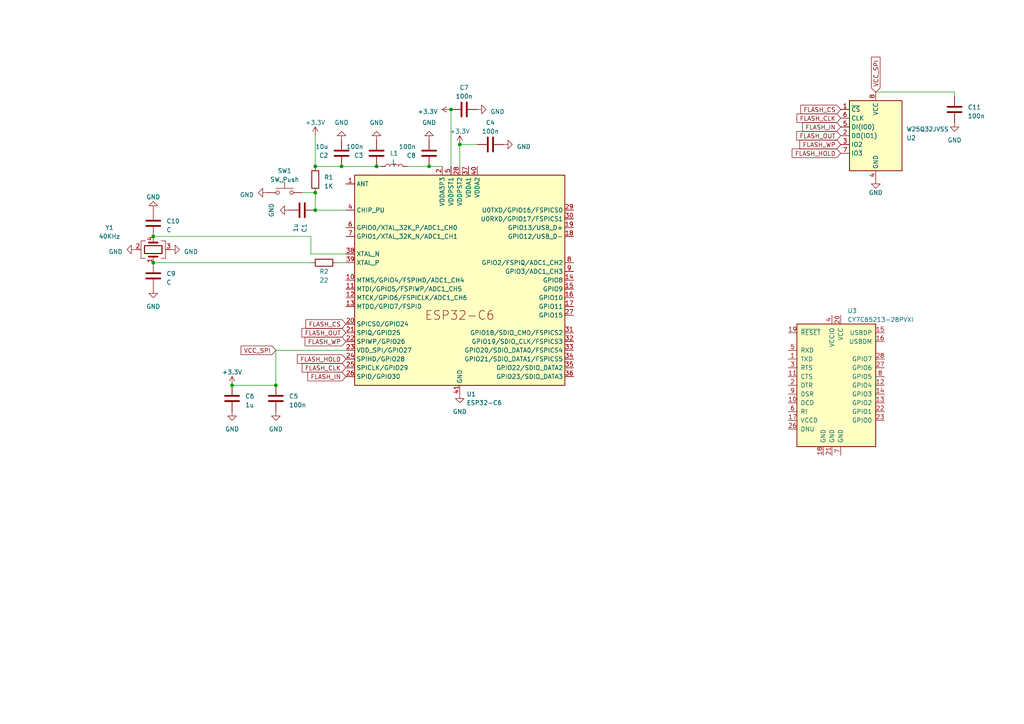
<source format=kicad_sch>
(kicad_sch (version 20230121) (generator eeschema)
  (paper "A4")
  (lib_symbols
    (symbol "Device:C" (pin_numbers hide) (pin_names (offset 0.254))
      (property "Reference" "C" (at 0.635 2.54 0))
      (property "Value" "C" (at 0.635 -2.54 0))
      (symbol "C_0_1"
        (polyline (pts (xy -2.032 -0.762) (xy 2.032 -0.762)) (stroke (width 0.508)))
        (polyline (pts (xy -2.032 0.762) (xy 2.032 0.762)) (stroke (width 0.508)))
      )
      (symbol "C_1_1"
        (pin passive line (at 0 3.81 270) (length 2.794) (name "~") (number "1"))
        (pin passive line (at 0 -3.81 90) (length 2.794) (name "~") (number "2"))
      )
    )
    (symbol "Device:Crystal_GND23" (pin_names (offset 1.016) hide)
      (property "Reference" "Y" (at 3.175 5.08 0))
      (property "Value" "Crystal_GND23" (at 3.175 3.175 0))
      (symbol "Crystal_GND23_0_1"
        (rectangle (start -1.143 2.54) (end 1.143 -2.54) (stroke (width 0.3048)))
        (polyline (pts (xy -2.54 0) (xy -2.032 0)))
        (polyline (pts (xy -2.032 -1.27) (xy -2.032 1.27)) (stroke (width 0.508)))
        (polyline (pts (xy 0 -3.81) (xy 0 -3.556)))
        (polyline (pts (xy 0 3.556) (xy 0 3.81)))
        (polyline (pts (xy 2.032 -1.27) (xy 2.032 1.27)) (stroke (width 0.508)))
        (polyline (pts (xy 2.032 0) (xy 2.54 0)))
        (polyline (pts (xy -2.54 -2.286) (xy -2.54 -3.556) (xy 2.54 -3.556) (xy 2.54 -2.286)))
        (polyline (pts (xy -2.54 2.286) (xy -2.54 3.556) (xy 2.54 3.556) (xy 2.54 2.286)))
      )
      (symbol "Crystal_GND23_1_1"
        (pin passive line (at -3.81 0 0) (length 1.27) (name "1") (number "1"))
        (pin passive line (at 0 5.08 270) (length 1.27) (name "2") (number "2"))
        (pin passive line (at 0 -5.08 90) (length 1.27) (name "3") (number "3"))
        (pin passive line (at 3.81 0 180) (length 1.27) (name "4") (number "4"))
      )
    )
    (symbol "Device:L" (pin_numbers hide) (pin_names (offset 1.016) hide)
      (property "Reference" "L" (at -1.27 0 90))
      (property "Value" "L" (at 1.905 0 90))
      (symbol "L_0_1"
        (arc (start 0 -2.54) (mid 0.6323 -1.905) (end 0 -1.27))
        (arc (start 0 -1.27) (mid 0.6323 -0.635) (end 0 0))
        (arc (start 0 0) (mid 0.6323 0.635) (end 0 1.27))
        (arc (start 0 1.27) (mid 0.6323 1.905) (end 0 2.54))
      )
      (symbol "L_1_1"
        (pin passive line (at 0 3.81 270) (length 1.27) (name "1") (number "1"))
        (pin passive line (at 0 -3.81 90) (length 1.27) (name "2") (number "2"))
      )
    )
    (symbol "Device:R" (pin_numbers hide) (pin_names (offset 0))
      (property "Reference" "R" (at 2.032 0 90))
      (property "Value" "R" (at 0 0 90))
      (symbol "R_0_1"
        (rectangle (start -1.016 -2.54) (end 1.016 2.54) (stroke (width 0.254)))
      )
      (symbol "R_1_1"
        (pin passive line (at 0 3.81 270) (length 1.27) (name "~") (number "1"))
        (pin passive line (at 0 -3.81 90) (length 1.27) (name "~") (number "2"))
      )
    )
    (symbol "Interface_USB:CY7C65213-28PVXI" (pin_names (offset 1.016))
      (property "Reference" "U" (at -8.89 19.05 0))
      (property "Value" "CY7C65213-28PVXI" (at 3.556 19.05 0))
      (symbol "CY7C65213-28PVXI_0_1"
        (rectangle (start -10.16 17.78) (end 12.7 -17.78) (stroke (width 0.254)) (fill (type background)))
      )
      (symbol "CY7C65213-28PVXI_1_1"
        (pin output line (at -12.7 7.62 0) (length 2.54) (name "TXD") (number "1"))
        (pin input line (at -12.7 -5.08 0) (length 2.54) (name "DCD") (number "10"))
        (pin input line (at -12.7 2.54 0) (length 2.54) (name "CTS") (number "11"))
        (pin bidirectional line (at 15.24 0 180) (length 2.54) (name "GPIO4") (number "12"))
        (pin tri_state line (at 15.24 -5.08 180) (length 2.54) (name "GPIO2") (number "13"))
        (pin bidirectional line (at 15.24 -2.54 180) (length 2.54) (name "GPIO3") (number "14"))
        (pin bidirectional line (at 15.24 15.24 180) (length 2.54) (name "USBDP") (number "15"))
        (pin bidirectional line (at 15.24 12.7 180) (length 2.54) (name "USBDM") (number "16"))
        (pin passive line (at -12.7 -10.16 0) (length 2.54) (name "VCCD") (number "17"))
        (pin power_in line (at -2.54 -20.32 90) (length 2.54) (name "GND") (number "18"))
        (pin bidirectional line (at -12.7 15.24 0) (length 2.54) (name "~{RESET}") (number "19"))
        (pin output line (at -12.7 0 0) (length 2.54) (name "DTR") (number "2"))
        (pin power_in line (at 2.54 20.32 270) (length 2.54) (name "VCC") (number "20"))
        (pin power_in line (at 0 -20.32 90) (length 2.54) (name "GND") (number "21"))
        (pin bidirectional line (at 15.24 -7.62 180) (length 2.54) (name "GPIO1") (number "22"))
        (pin bidirectional line (at 15.24 -10.16 180) (length 2.54) (name "GPIO0") (number "23"))
        (pin no_connect line (at 12.7 -15.24 180) (length 2.54) hide (name "NC") (number "24"))
        (pin no_connect line (at 12.7 -12.7 180) (length 2.54) hide (name "NC") (number "25"))
        (pin passive line (at -12.7 -12.7 0) (length 2.54) (name "DNU") (number "26"))
        (pin tri_state line (at 15.24 5.08 180) (length 2.54) (name "GPIO6") (number "27"))
        (pin tri_state line (at 15.24 7.62 180) (length 2.54) (name "GPIO7") (number "28"))
        (pin output line (at -12.7 5.08 0) (length 2.54) (name "RTS") (number "3"))
        (pin power_in line (at 0 20.32 270) (length 2.54) (name "VCCIO") (number "4"))
        (pin input line (at -12.7 10.16 0) (length 2.54) (name "RXD") (number "5"))
        (pin input line (at -12.7 -7.62 0) (length 2.54) (name "RI") (number "6"))
        (pin power_in line (at 2.54 -20.32 90) (length 2.54) (name "GND") (number "7"))
        (pin tri_state line (at 15.24 2.54 180) (length 2.54) (name "GPIO5") (number "8"))
        (pin input line (at -12.7 -2.54 0) (length 2.54) (name "DSR") (number "9"))
      )
    )
    (symbol "Memory_Flash:W25Q32JVSS"
      (property "Reference" "U" (at -6.35 11.43 0))
      (property "Value" "W25Q32JVSS" (at 7.62 11.43 0))
      (symbol "W25Q32JVSS_0_1"
        (rectangle (start -7.62 10.16) (end 7.62 -10.16) (stroke (width 0.254)) (fill (type background)))
      )
      (symbol "W25Q32JVSS_1_1"
        (pin input line (at -10.16 7.62 0) (length 2.54) (name "~{CS}") (number "1"))
        (pin bidirectional line (at -10.16 0 0) (length 2.54) (name "DO(IO1)") (number "2"))
        (pin bidirectional line (at -10.16 -2.54 0) (length 2.54) (name "IO2") (number "3"))
        (pin power_in line (at 0 -12.7 90) (length 2.54) (name "GND") (number "4"))
        (pin bidirectional line (at -10.16 2.54 0) (length 2.54) (name "DI(IO0)") (number "5"))
        (pin input line (at -10.16 5.08 0) (length 2.54) (name "CLK") (number "6"))
        (pin bidirectional line (at -10.16 -5.08 0) (length 2.54) (name "IO3") (number "7"))
        (pin power_in line (at 0 12.7 270) (length 2.54) (name "VCC") (number "8"))
      )
    )
    (symbol "PCM_Espressif:ESP32-C6"
      (property "Reference" "U" (at -27.94 33.02 0))
      (property "Value" "ESP32-C6" (at 25.4 33.02 0))
      (symbol "ESP32-C6_0_0"
        (text "ESP32-C6" (at 0 -10.16 0) (effects (font (size 2.54 2.54))))
      )
      (symbol "ESP32-C6_0_1"
        (rectangle (start -30.48 30.48) (end 30.48 -30.48) (stroke (width 0.254)) (fill (type background)))
      )
      (symbol "ESP32-C6_1_1"
        (pin bidirectional line (at -33.02 27.94 0) (length 2.54) (name "ANT") (number "1"))
        (pin bidirectional line (at -33.02 0 0) (length 2.54) (name "MTMS/GPIO4/FSPIHD/ADC1_CH4") (number "10"))
        (pin bidirectional line (at -33.02 -2.54 0) (length 2.54) (name "MTDI/GPIO5/FSPIWP/ADC1_CH5") (number "11"))
        (pin bidirectional line (at -33.02 -5.08 0) (length 2.54) (name "MTCK/GPIO6/FSPICLK/ADC1_CH6") (number "12"))
        (pin bidirectional line (at -33.02 -7.62 0) (length 2.54) (name "MTDO/GPIO7/FSPID") (number "13"))
        (pin bidirectional line (at 33.02 0 180) (length 2.54) (name "GPIO8") (number "14"))
        (pin bidirectional line (at 33.02 -2.54 180) (length 2.54) (name "GPIO9") (number "15"))
        (pin bidirectional line (at 33.02 -5.08 180) (length 2.54) (name "GPIO10") (number "16"))
        (pin bidirectional line (at 33.02 -7.62 180) (length 2.54) (name "GPIO11") (number "17"))
        (pin bidirectional line (at 33.02 12.7 180) (length 2.54) (name "GPIO12/USB_D-") (number "18"))
        (pin bidirectional line (at 33.02 15.24 180) (length 2.54) (name "GPIO13/USB_D+") (number "19"))
        (pin power_in line (at -5.08 33.02 270) (length 2.54) (name "VDDA3P3") (number "2"))
        (pin bidirectional line (at -33.02 -12.7 0) (length 2.54) (name "SPICS0/GPIO24") (number "20"))
        (pin bidirectional line (at -33.02 -15.24 0) (length 2.54) (name "SPIQ/GPIO25") (number "21"))
        (pin bidirectional line (at -33.02 -17.78 0) (length 2.54) (name "SPIWP/GPIO26") (number "22"))
        (pin bidirectional line (at -33.02 -20.32 0) (length 2.54) (name "VDD_SPI/GPIO27") (number "23"))
        (pin bidirectional line (at -33.02 -22.86 0) (length 2.54) (name "SPIHD/GPIO28") (number "24"))
        (pin bidirectional line (at -33.02 -25.4 0) (length 2.54) (name "SPICLK/GPIO29") (number "25"))
        (pin bidirectional line (at -33.02 -27.94 0) (length 2.54) (name "SPID/GPIO30") (number "26"))
        (pin bidirectional line (at 33.02 -10.16 180) (length 2.54) (name "GPIO15") (number "27"))
        (pin power_in line (at 0 33.02 270) (length 2.54) (name "VDDPST2") (number "28"))
        (pin bidirectional line (at 33.02 20.32 180) (length 2.54) (name "U0TXD/GPIO16/FSPICS0") (number "29"))
        (pin passive line (at -5.08 33.02 270) (length 2.54) hide (name "VDDA3P3") (number "3"))
        (pin bidirectional line (at 33.02 17.78 180) (length 2.54) (name "U0RXD/GPIO17/FSPICS1") (number "30"))
        (pin bidirectional line (at 33.02 -15.24 180) (length 2.54) (name "GPIO18/SDIO_CMD/FSPICS2") (number "31"))
        (pin bidirectional line (at 33.02 -17.78 180) (length 2.54) (name "GPIO19/SDIO_CLK/FSPICS3") (number "32"))
        (pin bidirectional line (at 33.02 -20.32 180) (length 2.54) (name "GPIO20/SDIO_DATA0/FSPICS4") (number "33"))
        (pin bidirectional line (at 33.02 -22.86 180) (length 2.54) (name "GPIO21/SDIO_DATA1/FSPICS5") (number "34"))
        (pin bidirectional line (at 33.02 -25.4 180) (length 2.54) (name "GPIO22/SDIO_DATA2") (number "35"))
        (pin bidirectional line (at 33.02 -27.94 180) (length 2.54) (name "GPIO23/SDIO_DATA3") (number "36"))
        (pin power_in line (at 2.54 33.02 270) (length 2.54) (name "VDDA1") (number "37"))
        (pin output line (at -33.02 7.62 0) (length 2.54) (name "XTAL_N") (number "38"))
        (pin input line (at -33.02 5.08 0) (length 2.54) (name "XTAL_P") (number "39"))
        (pin input line (at -33.02 20.32 0) (length 2.54) (name "CHIP_PU") (number "4"))
        (pin power_in line (at 5.08 33.02 270) (length 2.54) (name "VDDA2") (number "40"))
        (pin power_in line (at 0 -33.02 90) (length 2.54) (name "GND") (number "41"))
        (pin power_in line (at -2.54 33.02 270) (length 2.54) (name "VDDPST1") (number "5"))
        (pin bidirectional line (at -33.02 15.24 0) (length 2.54) (name "GPIO0/XTAL_32K_P/ADC1_CH0") (number "6"))
        (pin bidirectional line (at -33.02 12.7 0) (length 2.54) (name "GPIO1/XTAL_32K_N/ADC1_CH1") (number "7"))
        (pin bidirectional line (at 33.02 5.08 180) (length 2.54) (name "GPIO2/FSPIQ/ADC1_CH2") (number "8"))
        (pin bidirectional line (at 33.02 2.54 180) (length 2.54) (name "GPIO3/ADC1_CH3") (number "9"))
      )
    )
    (symbol "Switch:SW_Push" (pin_numbers hide) (pin_names (offset 1.016) hide)
      (property "Reference" "SW" (at 1.27 2.54 0))
      (property "Value" "SW_Push" (at 0 -1.524 0))
      (symbol "SW_Push_0_1"
        (circle (center -2.032 0) (radius 0.508))
        (polyline (pts (xy 0 1.27) (xy 0 3.048)))
        (polyline (pts (xy 2.54 1.27) (xy -2.54 1.27)))
        (circle (center 2.032 0) (radius 0.508))
        (pin passive line (at -5.08 0 0) (length 2.54) (name "1") (number "1"))
        (pin passive line (at 5.08 0 180) (length 2.54) (name "2") (number "2"))
      )
    )
    (symbol "power:+3.3V" (power) (pin_names (offset 0))
      (property "Value" "+3.3V" (at 0 3.556 0))
      (symbol "+3.3V_0_1"
        (polyline (pts (xy -0.762 1.27) (xy 0 2.54)))
        (polyline (pts (xy 0 0) (xy 0 2.54)))
        (polyline (pts (xy 0 2.54) (xy 0.762 1.27)))
      )
      (symbol "+3.3V_1_1"
        (pin power_in line (at 0 0 90) (length 0) hide (name "+3.3V") (number "1"))
      )
    )
    (symbol "power:GND" (power) (pin_names (offset 0))
      (property "Value" "GND" (at 0 -3.81 0))
      (symbol "GND_0_1"
        (polyline (pts (xy 0 0) (xy 0 -1.27) (xy 1.27 -1.27) (xy 0 -2.54) (xy -1.27 -1.27) (xy 0 -1.27)))
      )
      (symbol "GND_1_1"
        (pin power_in line (at 0 0 270) (length 0) hide (name "GND") (number "1"))
      )
    )
  )
  (junction (at 67.31 111.76))
  (junction (at 99.06 48.26))
  (junction (at 44.45 68.58))
  (junction (at 91.44 60.96))
  (junction (at 130.81 31.75))
  (junction (at 109.22 48.26))
  (junction (at 44.45 76.2))
  (junction (at 91.44 55.88))
  (junction (at 133.35 41.91))
  (junction (at 80.01 111.76))
  (junction (at 91.44 48.26))
  (junction (at 124.46 48.26))
  (wire (pts (xy 44.45 68.58) (xy 90.17 68.58)))
  (wire (pts (xy 90.17 73.66) (xy 100.33 73.66)))
  (wire (pts (xy 90.17 68.58) (xy 90.17 73.66)))
  (wire (pts (xy 138.43 41.91) (xy 133.35 41.91)))
  (wire (pts (xy 276.86 26.67) (xy 254 26.67)))
  (wire (pts (xy 109.22 48.26) (xy 110.49 48.26)))
  (wire (pts (xy 67.31 111.76) (xy 80.01 111.76)))
  (wire (pts (xy 276.86 27.94) (xy 276.86 26.67)))
  (wire (pts (xy 91.44 48.26) (xy 99.06 48.26)))
  (wire (pts (xy 80.01 101.6) (xy 100.33 101.6)))
  (wire (pts (xy 118.11 48.26) (xy 124.46 48.26)))
  (wire (pts (xy 91.44 39.37) (xy 91.44 48.26)))
  (wire (pts (xy 90.17 76.2) (xy 44.45 76.2)))
  (wire (pts (xy 97.79 76.2) (xy 100.33 76.2)))
  (wire (pts (xy 91.44 55.88) (xy 91.44 60.96)))
  (wire (pts (xy 80.01 101.6) (xy 80.01 111.76)))
  (wire (pts (xy 99.06 48.26) (xy 109.22 48.26)))
  (wire (pts (xy 87.63 55.88) (xy 91.44 55.88)))
  (wire (pts (xy 124.46 48.26) (xy 128.27 48.26)))
  (wire (pts (xy 133.35 41.91) (xy 133.35 48.26)))
  (wire (pts (xy 91.44 60.96) (xy 100.33 60.96)))
  (wire (pts (xy 130.81 31.75) (xy 130.81 48.26)))
  (global_label "FLASH_OUT" (shape input) (at 243.84 39.37 180) (property "Intersheetrefs" "${INTERSHEET_REFS}" (effects hide)))
  (global_label "FLASH_HOLD" (shape input) (at 100.33 104.14 180) (property "Intersheetrefs" "${INTERSHEET_REFS}" (effects hide)))
  (global_label "FLASH_CLK" (shape input) (at 243.84 34.29 180) (property "Intersheetrefs" "${INTERSHEET_REFS}" (effects hide)))
  (global_label "FLASH_WP" (shape input) (at 100.33 99.06 180) (property "Intersheetrefs" "${INTERSHEET_REFS}" (effects hide)))
  (global_label "FLASH_IN" (shape input) (at 243.84 36.83 180) (property "Intersheetrefs" "${INTERSHEET_REFS}" (effects hide)))
  (global_label "FLASH_WP" (shape input) (at 243.84 41.91 180) (property "Intersheetrefs" "${INTERSHEET_REFS}" (effects hide)))
  (global_label "FLASH_CS" (shape input) (at 100.33 93.98 180) (property "Intersheetrefs" "${INTERSHEET_REFS}" (effects hide)))
  (global_label "FLASH_HOLD" (shape input) (at 243.84 44.45 180) (property "Intersheetrefs" "${INTERSHEET_REFS}" (effects hide)))
  (global_label "FLASH_OUT" (shape input) (at 100.33 96.52 180) (property "Intersheetrefs" "${INTERSHEET_REFS}" (effects hide)))
  (global_label "VCC_SPI" (shape input) (at 254 26.67 90) (property "Intersheetrefs" "${INTERSHEET_REFS}" (effects hide)))
  (global_label "FLASH_CLK" (shape input) (at 100.33 106.68 180) (property "Intersheetrefs" "${INTERSHEET_REFS}" (effects hide)))
  (global_label "VCC_SPI" (shape input) (at 80.01 101.6 180) (property "Intersheetrefs" "${INTERSHEET_REFS}" (effects hide)))
  (global_label "FLASH_IN" (shape input) (at 100.33 109.22 180) (property "Intersheetrefs" "${INTERSHEET_REFS}" (effects hide)))
  (global_label "FLASH_CS" (shape input) (at 243.84 31.75 180) (property "Intersheetrefs" "${INTERSHEET_REFS}" (effects hide)))
  (symbol (lib_id "power:GND") (at 146.05 41.91 90) (unit 1)
    (property "Reference" "#PWR06" (effects hide))
    (property "Value" "GND" (at 149.86 42.545 90) (effects (justify right)))
  )
  (symbol (lib_id "Device:C") (at 44.45 64.77 0) (unit 1)
    (property "Reference" "C10" (at 48.26 64.135 0) (effects (justify left)))
    (property "Value" "C" (at 48.26 66.675 0) (effects (justify left)))
  )
  (symbol (lib_id "Device:C") (at 44.45 80.01 0) (unit 1)
    (property "Reference" "C9" (at 48.26 79.375 0) (effects (justify left)))
    (property "Value" "C" (at 48.26 81.915 0) (effects (justify left)))
  )
  (symbol (lib_id "Device:C") (at 109.22 44.45 180) (unit 1)
    (property "Reference" "C3" (at 105.41 45.085 0) (effects (justify left)))
    (property "Value" "100n" (at 105.41 42.545 0) (effects (justify left)))
  )
  (symbol (lib_id "power:GND") (at 44.45 83.82 0) (unit 1)
    (property "Reference" "#PWR018" (effects hide))
    (property "Value" "GND" (at 44.45 88.9 0))
  )
  (symbol (lib_id "power:+3.3V") (at 133.35 41.91 0) (unit 1)
    (property "Reference" "#PWR09" (effects hide))
    (property "Value" "+3.3V" (at 133.35 38.1 0))
  )
  (symbol (lib_id "power:GND") (at 133.35 114.3 0) (unit 1)
    (property "Reference" "#PWR01" (effects hide))
    (property "Value" "GND" (at 133.35 119.38 0))
  )
  (symbol (lib_id "power:GND") (at 276.86 35.56 0) (unit 1)
    (property "Reference" "#PWR020" (effects hide))
    (property "Value" "GND" (at 276.86 40.64 0))
  )
  (symbol (lib_id "Interface_USB:CY7C65213-28PVXI") (at 241.3 111.76 0) (unit 1)
    (property "Reference" "U3" (at 245.7959 90.17 0) (effects (justify left)))
    (property "Value" "CY7C65213-28PVXI" (at 245.7959 92.71 0) (effects (justify left)))
    (property "Footprint" "Package_SO:SSOP-28_5.3x10.2mm_P0.65mm" (effects hide))
    (property "Datasheet" "http://www.cypress.com/file/139881/download" (effects hide))
  )
  (symbol (lib_id "Device:C") (at 67.31 115.57 0) (unit 1)
    (property "Reference" "C6" (at 71.12 114.935 0) (effects (justify left)))
    (property "Value" "1u" (at 71.12 117.475 0) (effects (justify left)))
  )
  (symbol (lib_id "Memory_Flash:W25Q32JVSS") (at 254 39.37 0) (unit 1)
    (property "Reference" "U2" (at 262.89 40.005 0) (effects (justify left)))
    (property "Value" "W25Q32JVSS" (at 262.89 37.465 0) (effects (justify left)))
    (property "Footprint" "Package_SO:SOIC-8_5.23x5.23mm_P1.27mm" (effects hide))
    (property "Datasheet" "http://www.winbond.com/resource-files/w25q32jv%20revg%2003272018%20plus.pdf" (effects hide))
  )
  (symbol (lib_id "Device:Crystal_GND23") (at 44.45 72.39 90) (unit 1)
    (property "Reference" "Y1" (at 31.75 66.04 90))
    (property "Value" "40KHz" (at 31.75 68.58 90))
  )
  (symbol (lib_id "Device:R") (at 91.44 52.07 0) (unit 1)
    (property "Reference" "R1" (at 93.98 51.435 0) (effects (justify left)))
    (property "Value" "1K" (at 93.98 53.975 0) (effects (justify left)))
  )
  (symbol (lib_id "power:GND") (at 44.45 60.96 180) (unit 1)
    (property "Reference" "#PWR015" (effects hide))
    (property "Value" "GND" (at 44.45 57.15 0))
  )
  (symbol (lib_id "Device:C") (at 87.63 60.96 270) (unit 1)
    (property "Reference" "C1" (at 88.265 64.77 0) (effects (justify left)))
    (property "Value" "1u" (at 85.725 64.77 0) (effects (justify left)))
  )
  (symbol (lib_id "power:+3.3V") (at 130.81 31.75 90) (unit 1)
    (property "Reference" "#PWR08" (effects hide))
    (property "Value" "+3.3V" (at 127 32.385 90) (effects (justify left)))
  )
  (symbol (lib_id "Device:L") (at 114.3 48.26 90) (unit 1)
    (property "Reference" "L1" (at 114.3 44.45 90))
    (property "Value" "L" (at 114.3 46.99 90))
  )
  (symbol (lib_id "Device:C") (at 142.24 41.91 90) (unit 1)
    (property "Reference" "C4" (at 142.24 35.56 90))
    (property "Value" "100n" (at 142.24 38.1 90))
  )
  (symbol (lib_id "Device:R") (at 93.98 76.2 90) (unit 1)
    (property "Reference" "R2" (at 93.98 78.74 90))
    (property "Value" "22" (at 93.98 81.28 90))
  )
  (symbol (lib_id "power:+3.3V") (at 67.31 111.76 0) (unit 1)
    (property "Reference" "#PWR012" (effects hide))
    (property "Value" "+3.3V" (at 67.31 107.95 0))
  )
  (symbol (lib_id "Device:C") (at 80.01 115.57 0) (unit 1)
    (property "Reference" "C5" (at 83.82 114.935 0) (effects (justify left)))
    (property "Value" "100n" (at 83.82 117.475 0) (effects (justify left)))
  )
  (symbol (lib_id "power:GND") (at 39.37 72.39 270) (unit 1)
    (property "Reference" "#PWR017" (effects hide))
    (property "Value" "GND" (at 35.56 73.025 90) (effects (justify right)))
  )
  (symbol (lib_id "power:GND") (at 254 52.07 0) (unit 1)
    (property "Reference" "#PWR019" (effects hide))
    (property "Value" "GND" (at 254 55.88 0))
  )
  (symbol (lib_id "Device:C") (at 99.06 44.45 180) (unit 1)
    (property "Reference" "C2" (at 95.25 45.085 0) (effects (justify left)))
    (property "Value" "10u" (at 95.25 42.545 0) (effects (justify left)))
  )
  (symbol (lib_id "power:GND") (at 99.06 40.64 180) (unit 1)
    (property "Reference" "#PWR04" (effects hide))
    (property "Value" "GND" (at 99.06 35.56 0))
  )
  (symbol (lib_id "Device:C") (at 124.46 44.45 180) (unit 1)
    (property "Reference" "C8" (at 120.65 45.085 0) (effects (justify left)))
    (property "Value" "100n" (at 120.65 42.545 0) (effects (justify left)))
  )
  (symbol (lib_id "power:GND") (at 67.31 119.38 0) (unit 1)
    (property "Reference" "#PWR011" (effects hide))
    (property "Value" "GND" (at 67.31 124.46 0))
  )
  (symbol (lib_id "PCM_Espressif:ESP32-C6") (at 133.35 81.28 0) (unit 1)
    (property "Reference" "U1" (at 135.3059 114.3 0) (effects (justify left)))
    (property "Value" "ESP32-C6" (at 135.3059 116.84 0) (effects (justify left)))
    (property "Footprint" "Package_DFN_QFN:QFN-40-1EP_5x5mm_P0.4mm_EP3.6x3.6mm" (effects hide))
    (property "Datasheet" "https://www.espressif.com/sites/default/files/documentation/esp32-c6_datasheet_en.pdf" (effects hide))
  )
  (symbol (lib_id "Switch:SW_Push") (at 82.55 55.88 0) (unit 1)
    (property "Reference" "SW1" (at 82.55 49.53 0))
    (property "Value" "SW_Push" (at 82.55 52.07 0))
  )
  (symbol (lib_id "power:GND") (at 138.43 31.75 90) (unit 1)
    (property "Reference" "#PWR07" (effects hide))
    (property "Value" "GND" (at 142.24 32.385 90) (effects (justify right)))
  )
  (symbol (lib_id "power:GND") (at 77.47 55.88 270) (unit 1)
    (property "Reference" "#PWR013" (effects hide))
    (property "Value" "GND" (at 73.66 56.515 90) (effects (justify right)))
  )
  (symbol (lib_id "power:GND") (at 109.22 40.64 180) (unit 1)
    (property "Reference" "#PWR05" (effects hide))
    (property "Value" "GND" (at 109.22 35.56 0))
  )
  (symbol (lib_id "power:GND") (at 80.01 119.38 0) (unit 1)
    (property "Reference" "#PWR010" (effects hide))
    (property "Value" "GND" (at 80.01 124.46 0))
  )
  (symbol (lib_id "power:+3.3V") (at 91.44 39.37 0) (unit 1)
    (property "Reference" "#PWR03" (effects hide))
    (property "Value" "+3.3V" (at 91.44 35.56 0))
  )
  (symbol (lib_id "power:GND") (at 49.53 72.39 90) (unit 1)
    (property "Reference" "#PWR016" (effects hide))
    (property "Value" "GND" (at 53.34 73.025 90) (effects (justify right)))
  )
  (symbol (lib_id "Device:C") (at 134.62 31.75 90) (unit 1)
    (property "Reference" "C7" (at 134.62 25.4 90))
    (property "Value" "100n" (at 134.62 27.94 90))
  )
  (symbol (lib_id "power:GND") (at 83.82 60.96 270) (unit 1)
    (property "Reference" "#PWR02" (effects hide))
    (property "Value" "GND" (at 78.74 60.96 0))
  )
  (symbol (lib_id "power:GND") (at 124.46 40.64 180) (unit 1)
    (property "Reference" "#PWR014" (effects hide))
    (property "Value" "GND" (at 124.46 35.56 0))
  )
  (symbol (lib_id "Device:C") (at 276.86 31.75 0) (unit 1)
    (property "Reference" "C11" (at 280.67 31.115 0) (effects (justify left)))
    (property "Value" "100n" (at 280.67 33.655 0) (effects (justify left)))
  )
)
</source>
